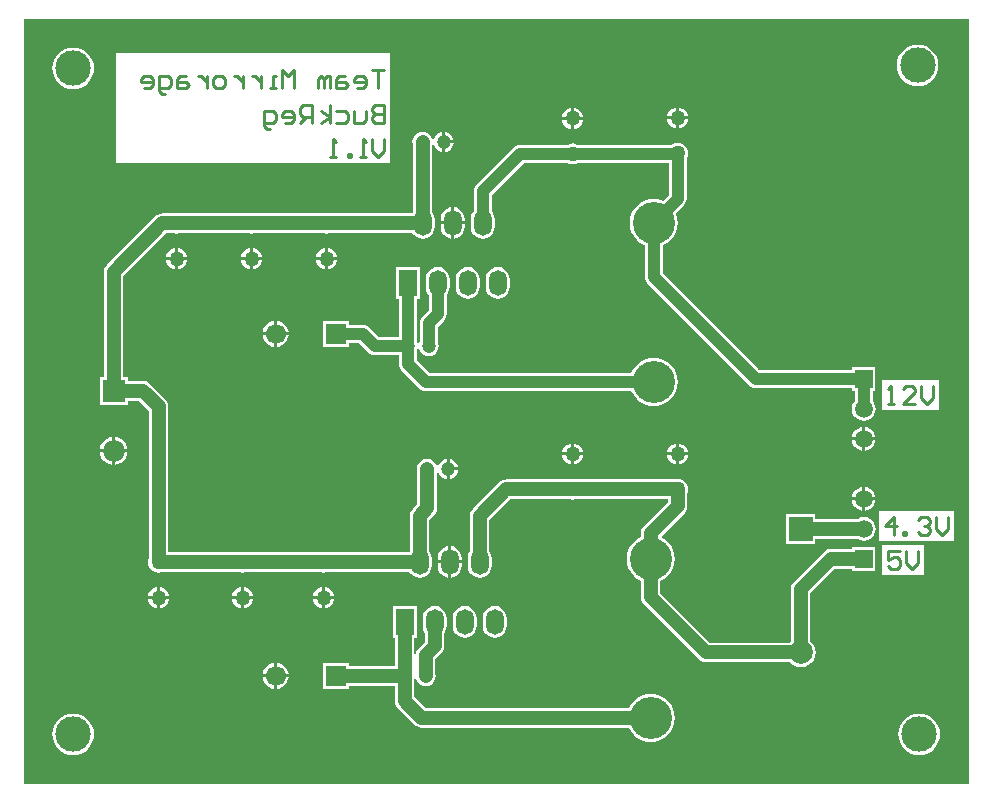
<source format=gbl>
G04 Layer_Physical_Order=2*
G04 Layer_Color=16711680*
%FSLAX24Y24*%
%MOIN*%
G70*
G01*
G75*
%ADD10O,0.0600X0.0850*%
%ADD11R,0.0600X0.0850*%
%ADD12R,0.0591X0.0591*%
%ADD13C,0.0591*%
%ADD14R,0.0728X0.0728*%
%ADD15C,0.0728*%
%ADD16C,0.1400*%
%ADD17C,0.0787*%
%ADD18R,0.0787X0.0787*%
%ADD19R,0.0669X0.0669*%
%ADD20C,0.0669*%
%ADD21C,0.0500*%
%ADD22C,0.0472*%
%ADD23C,0.1181*%
%ADD24C,0.0450*%
%ADD25C,0.0150*%
%ADD26C,0.0400*%
%ADD27C,0.0300*%
%ADD28C,0.0100*%
G36*
X41500Y10000D02*
X10000D01*
Y10100D01*
Y35500D01*
X41500D01*
Y10000D01*
D02*
G37*
%LPC*%
G36*
X38392Y19450D02*
X38050D01*
Y19108D01*
X38103Y19115D01*
X38199Y19155D01*
X38282Y19218D01*
X38345Y19301D01*
X38385Y19397D01*
X38392Y19450D01*
D02*
G37*
G36*
X37950D02*
X37608D01*
X37615Y19397D01*
X37655Y19301D01*
X37718Y19218D01*
X37801Y19155D01*
X37897Y19115D01*
X37950Y19108D01*
Y19450D01*
D02*
G37*
G36*
Y19892D02*
X37897Y19885D01*
X37801Y19845D01*
X37718Y19782D01*
X37655Y19699D01*
X37615Y19603D01*
X37608Y19550D01*
X37950D01*
Y19892D01*
D02*
G37*
G36*
X31800Y20173D02*
X31709Y20161D01*
X31677Y20148D01*
X28423D01*
X28391Y20161D01*
X28300Y20173D01*
X28209Y20161D01*
X28177Y20148D01*
X26080D01*
X26038Y20142D01*
X25995Y20137D01*
X25916Y20104D01*
X25848Y20052D01*
X24968Y19172D01*
X24916Y19104D01*
X24883Y19025D01*
X24878Y18982D01*
X24872Y18940D01*
Y17755D01*
X24851Y17727D01*
X24810Y17629D01*
X24797Y17525D01*
Y17275D01*
X24810Y17171D01*
X24851Y17073D01*
X24915Y16990D01*
X24998Y16926D01*
X25096Y16885D01*
X25200Y16872D01*
X25304Y16885D01*
X25402Y16926D01*
X25485Y16990D01*
X25549Y17073D01*
X25590Y17171D01*
X25603Y17275D01*
Y17525D01*
X25590Y17629D01*
X25549Y17727D01*
X25528Y17755D01*
Y18804D01*
X26216Y19492D01*
X28177D01*
X28209Y19479D01*
X28300Y19467D01*
X28391Y19479D01*
X28423Y19492D01*
X31472D01*
Y19386D01*
X30668Y18582D01*
X30616Y18514D01*
X30583Y18435D01*
X30578Y18392D01*
X30572Y18350D01*
Y18232D01*
X30453Y18168D01*
X30332Y18068D01*
X30232Y17947D01*
X30157Y17808D01*
X30112Y17657D01*
X30096Y17500D01*
X30112Y17343D01*
X30157Y17192D01*
X30232Y17053D01*
X30332Y16932D01*
X30453Y16832D01*
X30572Y16768D01*
Y16220D01*
X30578Y16178D01*
X30583Y16135D01*
X30616Y16056D01*
X30668Y15988D01*
X32506Y14150D01*
X32574Y14098D01*
X32653Y14065D01*
X32696Y14060D01*
X32738Y14054D01*
X35529D01*
X35548Y14030D01*
X35651Y13951D01*
X35771Y13901D01*
X35900Y13884D01*
X36029Y13901D01*
X36149Y13951D01*
X36252Y14030D01*
X36331Y14133D01*
X36381Y14253D01*
X36398Y14382D01*
X36381Y14511D01*
X36331Y14631D01*
X36252Y14734D01*
X36228Y14753D01*
Y16364D01*
X37036Y17172D01*
X37605D01*
Y17105D01*
X38395D01*
Y17895D01*
X37605D01*
Y17828D01*
X36900D01*
X36815Y17817D01*
X36736Y17784D01*
X36668Y17732D01*
X35668Y16732D01*
X35616Y16664D01*
X35583Y16585D01*
X35578Y16542D01*
X35572Y16500D01*
Y14753D01*
X35548Y14734D01*
X35529Y14710D01*
X32874D01*
X31228Y16356D01*
Y16768D01*
X31347Y16832D01*
X31468Y16932D01*
X31568Y17053D01*
X31643Y17192D01*
X31688Y17343D01*
X31704Y17500D01*
X31688Y17657D01*
X31643Y17808D01*
X31568Y17947D01*
X31468Y18068D01*
X31347Y18168D01*
X31276Y18206D01*
X31269Y18255D01*
X32032Y19018D01*
X32084Y19086D01*
X32117Y19165D01*
X32128Y19250D01*
Y19697D01*
X32141Y19729D01*
X32153Y19820D01*
X32141Y19911D01*
X32106Y19997D01*
X32050Y20070D01*
X31977Y20126D01*
X31891Y20161D01*
X31800Y20173D01*
D02*
G37*
G36*
X38050Y19892D02*
Y19550D01*
X38392D01*
X38385Y19603D01*
X38345Y19699D01*
X38282Y19782D01*
X38199Y19845D01*
X38103Y19885D01*
X38050Y19892D01*
D02*
G37*
G36*
X36394Y18994D02*
X35406D01*
Y18006D01*
X36394D01*
Y18172D01*
X37778D01*
X37801Y18155D01*
X37897Y18115D01*
X38000Y18101D01*
X38103Y18115D01*
X38199Y18155D01*
X38282Y18218D01*
X38345Y18301D01*
X38385Y18397D01*
X38399Y18500D01*
X38385Y18603D01*
X38345Y18699D01*
X38282Y18782D01*
X38199Y18845D01*
X38103Y18885D01*
X38000Y18899D01*
X37897Y18885D01*
X37801Y18845D01*
X37778Y18828D01*
X36394D01*
Y18994D01*
D02*
G37*
G36*
X40000Y17950D02*
X38600D01*
Y16950D01*
X40000D01*
Y17950D01*
D02*
G37*
G36*
X24603Y17350D02*
X24250D01*
Y16878D01*
X24304Y16885D01*
X24402Y16926D01*
X24485Y16990D01*
X24549Y17073D01*
X24590Y17171D01*
X24603Y17275D01*
Y17350D01*
D02*
G37*
G36*
X24150Y17922D02*
X24096Y17915D01*
X23998Y17874D01*
X23915Y17810D01*
X23851Y17727D01*
X23810Y17629D01*
X23797Y17525D01*
Y17450D01*
X24150D01*
Y17922D01*
D02*
G37*
G36*
X40999Y19100D02*
X38500D01*
Y18100D01*
X40999D01*
Y19100D01*
D02*
G37*
G36*
X24250Y17922D02*
Y17450D01*
X24603D01*
Y17525D01*
X24590Y17629D01*
X24549Y17727D01*
X24485Y17810D01*
X24402Y17874D01*
X24304Y17915D01*
X24250Y17922D01*
D02*
G37*
G36*
X28646Y20950D02*
X28350D01*
Y20654D01*
X28391Y20659D01*
X28477Y20694D01*
X28550Y20750D01*
X28606Y20823D01*
X28641Y20909D01*
X28646Y20950D01*
D02*
G37*
G36*
X32146D02*
X31850D01*
Y20654D01*
X31891Y20659D01*
X31977Y20694D01*
X32050Y20750D01*
X32106Y20823D01*
X32141Y20909D01*
X32146Y20950D01*
D02*
G37*
G36*
X28250Y21346D02*
X28209Y21341D01*
X28123Y21306D01*
X28050Y21250D01*
X27994Y21177D01*
X27959Y21091D01*
X27954Y21050D01*
X28250D01*
Y21346D01*
D02*
G37*
G36*
X28350D02*
Y21050D01*
X28646D01*
X28641Y21091D01*
X28606Y21177D01*
X28550Y21250D01*
X28477Y21306D01*
X28391Y21341D01*
X28350Y21346D01*
D02*
G37*
G36*
X31750D02*
X31709Y21341D01*
X31623Y21306D01*
X31550Y21250D01*
X31494Y21177D01*
X31459Y21091D01*
X31454Y21050D01*
X31750D01*
Y21346D01*
D02*
G37*
G36*
Y20950D02*
X31454D01*
X31459Y20909D01*
X31494Y20823D01*
X31550Y20750D01*
X31623Y20694D01*
X31709Y20659D01*
X31750Y20654D01*
Y20950D01*
D02*
G37*
G36*
X24200Y20833D02*
Y20550D01*
X24483D01*
X24478Y20588D01*
X24444Y20670D01*
X24390Y20740D01*
X24320Y20794D01*
X24238Y20828D01*
X24200Y20833D01*
D02*
G37*
G36*
X24483Y20450D02*
X24200D01*
Y20167D01*
X24238Y20172D01*
X24320Y20206D01*
X24390Y20260D01*
X24444Y20330D01*
X24478Y20412D01*
X24483Y20450D01*
D02*
G37*
G36*
X12950Y21050D02*
X12538D01*
X12548Y20979D01*
X12595Y20866D01*
X12669Y20769D01*
X12766Y20695D01*
X12879Y20648D01*
X12950Y20638D01*
Y21050D01*
D02*
G37*
G36*
X28250Y20950D02*
X27954D01*
X27959Y20909D01*
X27994Y20823D01*
X28050Y20750D01*
X28123Y20694D01*
X28209Y20659D01*
X28250Y20654D01*
Y20950D01*
D02*
G37*
G36*
X13462Y21050D02*
X13050D01*
Y20638D01*
X13121Y20648D01*
X13234Y20695D01*
X13331Y20769D01*
X13405Y20866D01*
X13452Y20979D01*
X13462Y21050D01*
D02*
G37*
G36*
X24700Y15928D02*
X24596Y15915D01*
X24498Y15874D01*
X24415Y15810D01*
X24351Y15727D01*
X24310Y15629D01*
X24297Y15525D01*
Y15275D01*
X24310Y15171D01*
X24351Y15073D01*
X24415Y14990D01*
X24498Y14926D01*
X24596Y14885D01*
X24700Y14872D01*
X24804Y14885D01*
X24902Y14926D01*
X24985Y14990D01*
X25049Y15073D01*
X25090Y15171D01*
X25103Y15275D01*
Y15525D01*
X25090Y15629D01*
X25049Y15727D01*
X24985Y15810D01*
X24902Y15874D01*
X24804Y15915D01*
X24700Y15928D01*
D02*
G37*
G36*
X23700D02*
X23596Y15915D01*
X23498Y15874D01*
X23415Y15810D01*
X23351Y15727D01*
X23310Y15629D01*
X23297Y15525D01*
Y15275D01*
X23310Y15171D01*
X23351Y15073D01*
X23372Y15045D01*
Y14726D01*
X23168Y14522D01*
X23116Y14454D01*
X23083Y14375D01*
X23078Y14332D01*
X23028Y14336D01*
Y14875D01*
X23100D01*
Y15925D01*
X22300D01*
Y14875D01*
X22372D01*
Y13928D01*
X20835D01*
Y14035D01*
X19965D01*
Y13165D01*
X20835D01*
Y13272D01*
X22372D01*
Y12760D01*
X22378Y12718D01*
X22383Y12675D01*
X22416Y12596D01*
X22468Y12528D01*
X23028Y11968D01*
X23096Y11916D01*
X23175Y11883D01*
X23260Y11872D01*
X30168D01*
X30232Y11753D01*
X30332Y11632D01*
X30453Y11532D01*
X30592Y11457D01*
X30743Y11412D01*
X30900Y11396D01*
X31057Y11412D01*
X31208Y11457D01*
X31347Y11532D01*
X31468Y11632D01*
X31568Y11753D01*
X31643Y11892D01*
X31688Y12043D01*
X31704Y12200D01*
X31688Y12357D01*
X31643Y12508D01*
X31568Y12647D01*
X31468Y12768D01*
X31347Y12868D01*
X31208Y12943D01*
X31057Y12988D01*
X30900Y13004D01*
X30743Y12988D01*
X30592Y12943D01*
X30453Y12868D01*
X30332Y12768D01*
X30232Y12647D01*
X30168Y12528D01*
X23396D01*
X23028Y12896D01*
Y13489D01*
X23078Y13499D01*
X23106Y13430D01*
X23160Y13360D01*
X23230Y13306D01*
X23312Y13272D01*
X23400Y13261D01*
X23488Y13272D01*
X23570Y13306D01*
X23640Y13360D01*
X23694Y13430D01*
X23728Y13512D01*
X23739Y13600D01*
X23728Y13686D01*
Y14154D01*
X23932Y14358D01*
X23984Y14426D01*
X24017Y14505D01*
X24022Y14548D01*
X24028Y14590D01*
Y15045D01*
X24049Y15073D01*
X24090Y15171D01*
X24103Y15275D01*
Y15525D01*
X24090Y15629D01*
X24049Y15727D01*
X23985Y15810D01*
X23902Y15874D01*
X23804Y15915D01*
X23700Y15928D01*
D02*
G37*
G36*
X25700D02*
X25596Y15915D01*
X25498Y15874D01*
X25415Y15810D01*
X25351Y15727D01*
X25310Y15629D01*
X25297Y15525D01*
Y15275D01*
X25310Y15171D01*
X25351Y15073D01*
X25415Y14990D01*
X25498Y14926D01*
X25596Y14885D01*
X25700Y14872D01*
X25804Y14885D01*
X25902Y14926D01*
X25985Y14990D01*
X26049Y15073D01*
X26090Y15171D01*
X26103Y15275D01*
Y15525D01*
X26090Y15629D01*
X26049Y15727D01*
X25985Y15810D01*
X25902Y15874D01*
X25804Y15915D01*
X25700Y15928D01*
D02*
G37*
G36*
X17250Y16160D02*
X16954D01*
X16959Y16119D01*
X16994Y16033D01*
X17050Y15960D01*
X17123Y15904D01*
X17209Y15869D01*
X17250Y15864D01*
Y16160D01*
D02*
G37*
G36*
X14450D02*
X14154D01*
X14159Y16119D01*
X14194Y16033D01*
X14250Y15960D01*
X14323Y15904D01*
X14409Y15869D01*
X14450Y15864D01*
Y16160D01*
D02*
G37*
G36*
X18450Y14032D02*
Y13650D01*
X18832D01*
X18823Y13713D01*
X18780Y13819D01*
X18710Y13910D01*
X18619Y13980D01*
X18513Y14023D01*
X18450Y14032D01*
D02*
G37*
G36*
X39850Y12344D02*
X39715Y12331D01*
X39584Y12291D01*
X39464Y12227D01*
X39359Y12141D01*
X39273Y12036D01*
X39209Y11916D01*
X39169Y11785D01*
X39156Y11650D01*
X39169Y11515D01*
X39209Y11384D01*
X39273Y11264D01*
X39359Y11159D01*
X39464Y11073D01*
X39584Y11009D01*
X39715Y10969D01*
X39850Y10956D01*
X39985Y10969D01*
X40116Y11009D01*
X40236Y11073D01*
X40341Y11159D01*
X40427Y11264D01*
X40491Y11384D01*
X40531Y11515D01*
X40544Y11650D01*
X40531Y11785D01*
X40491Y11916D01*
X40427Y12036D01*
X40341Y12141D01*
X40236Y12227D01*
X40116Y12291D01*
X39985Y12331D01*
X39850Y12344D01*
D02*
G37*
G36*
X11650D02*
X11515Y12331D01*
X11384Y12291D01*
X11264Y12227D01*
X11159Y12141D01*
X11073Y12036D01*
X11009Y11916D01*
X10969Y11785D01*
X10956Y11650D01*
X10969Y11515D01*
X11009Y11384D01*
X11073Y11264D01*
X11159Y11159D01*
X11264Y11073D01*
X11384Y11009D01*
X11515Y10969D01*
X11650Y10956D01*
X11785Y10969D01*
X11916Y11009D01*
X12036Y11073D01*
X12141Y11159D01*
X12227Y11264D01*
X12291Y11384D01*
X12331Y11515D01*
X12344Y11650D01*
X12331Y11785D01*
X12291Y11916D01*
X12227Y12036D01*
X12141Y12141D01*
X12036Y12227D01*
X11916Y12291D01*
X11785Y12331D01*
X11650Y12344D01*
D02*
G37*
G36*
X18350Y13550D02*
X17968D01*
X17977Y13487D01*
X18020Y13381D01*
X18090Y13290D01*
X18181Y13220D01*
X18287Y13177D01*
X18350Y13168D01*
Y13550D01*
D02*
G37*
G36*
Y14032D02*
X18287Y14023D01*
X18181Y13980D01*
X18090Y13910D01*
X18020Y13819D01*
X17977Y13713D01*
X17968Y13650D01*
X18350D01*
Y14032D01*
D02*
G37*
G36*
X18832Y13550D02*
X18450D01*
Y13168D01*
X18513Y13177D01*
X18619Y13220D01*
X18710Y13290D01*
X18780Y13381D01*
X18823Y13487D01*
X18832Y13550D01*
D02*
G37*
G36*
X17350Y16556D02*
Y16260D01*
X17646D01*
X17641Y16301D01*
X17606Y16387D01*
X17550Y16460D01*
X17477Y16516D01*
X17391Y16551D01*
X17350Y16556D01*
D02*
G37*
G36*
X14450D02*
X14409Y16551D01*
X14323Y16516D01*
X14250Y16460D01*
X14194Y16387D01*
X14159Y16301D01*
X14154Y16260D01*
X14450D01*
Y16556D01*
D02*
G37*
G36*
X20050D02*
Y16260D01*
X20346D01*
X20341Y16301D01*
X20306Y16387D01*
X20250Y16460D01*
X20177Y16516D01*
X20091Y16551D01*
X20050Y16556D01*
D02*
G37*
G36*
X24150Y17350D02*
X23797D01*
Y17275D01*
X23810Y17171D01*
X23851Y17073D01*
X23915Y16990D01*
X23998Y16926D01*
X24096Y16885D01*
X24150Y16878D01*
Y17350D01*
D02*
G37*
G36*
X14550Y16556D02*
Y16260D01*
X14846D01*
X14841Y16301D01*
X14806Y16387D01*
X14750Y16460D01*
X14677Y16516D01*
X14591Y16551D01*
X14550Y16556D01*
D02*
G37*
G36*
X19950D02*
X19909Y16551D01*
X19823Y16516D01*
X19750Y16460D01*
X19694Y16387D01*
X19659Y16301D01*
X19654Y16260D01*
X19950D01*
Y16556D01*
D02*
G37*
G36*
X14846Y16160D02*
X14550D01*
Y15864D01*
X14591Y15869D01*
X14677Y15904D01*
X14750Y15960D01*
X14806Y16033D01*
X14841Y16119D01*
X14846Y16160D01*
D02*
G37*
G36*
X19950D02*
X19654D01*
X19659Y16119D01*
X19694Y16033D01*
X19750Y15960D01*
X19823Y15904D01*
X19909Y15869D01*
X19950Y15864D01*
Y16160D01*
D02*
G37*
G36*
X17646D02*
X17350D01*
Y15864D01*
X17391Y15869D01*
X17477Y15904D01*
X17550Y15960D01*
X17606Y16033D01*
X17641Y16119D01*
X17646Y16160D01*
D02*
G37*
G36*
X17250Y16556D02*
X17209Y16551D01*
X17123Y16516D01*
X17050Y16460D01*
X16994Y16387D01*
X16959Y16301D01*
X16954Y16260D01*
X17250D01*
Y16556D01*
D02*
G37*
G36*
X20346Y16160D02*
X20050D01*
Y15864D01*
X20091Y15869D01*
X20177Y15904D01*
X20250Y15960D01*
X20306Y16033D01*
X20341Y16119D01*
X20346Y16160D01*
D02*
G37*
G36*
X31850Y21346D02*
Y21050D01*
X32146D01*
X32141Y21091D01*
X32106Y21177D01*
X32050Y21250D01*
X31977Y21306D01*
X31891Y21341D01*
X31850Y21346D01*
D02*
G37*
G36*
X22220Y34370D02*
X13070D01*
Y30680D01*
X22220D01*
Y34370D01*
D02*
G37*
G36*
X24350Y29222D02*
Y28750D01*
X24703D01*
Y28825D01*
X24690Y28929D01*
X24649Y29027D01*
X24585Y29110D01*
X24502Y29174D01*
X24404Y29215D01*
X24350Y29222D01*
D02*
G37*
G36*
X23300Y31739D02*
X23212Y31728D01*
X23130Y31694D01*
X23060Y31640D01*
X23006Y31570D01*
X22972Y31488D01*
X22961Y31400D01*
X22972Y31314D01*
Y29055D01*
X22951Y29027D01*
X22947Y29018D01*
X20223D01*
X20191Y29031D01*
X20100Y29043D01*
X20009Y29031D01*
X19977Y29018D01*
X17723D01*
X17691Y29031D01*
X17600Y29043D01*
X17509Y29031D01*
X17477Y29018D01*
X15223D01*
X15191Y29031D01*
X15100Y29043D01*
X15009Y29031D01*
X14977Y29018D01*
X14620D01*
X14578Y29012D01*
X14535Y29007D01*
X14456Y28974D01*
X14388Y28922D01*
X12768Y27302D01*
X12716Y27234D01*
X12683Y27155D01*
X12678Y27112D01*
X12672Y27070D01*
Y23564D01*
X12536D01*
Y22636D01*
X13464D01*
Y22772D01*
X13844D01*
X14172Y22444D01*
Y17513D01*
X14159Y17481D01*
X14147Y17390D01*
X14159Y17299D01*
X14194Y17213D01*
X14250Y17140D01*
X14323Y17084D01*
X14409Y17049D01*
X14500Y17037D01*
X14591Y17049D01*
X14623Y17062D01*
X17177D01*
X17209Y17049D01*
X17300Y17037D01*
X17391Y17049D01*
X17423Y17062D01*
X19877D01*
X19909Y17049D01*
X20000Y17037D01*
X20091Y17049D01*
X20123Y17062D01*
X22859D01*
X22915Y16990D01*
X22998Y16926D01*
X23096Y16885D01*
X23200Y16872D01*
X23304Y16885D01*
X23402Y16926D01*
X23485Y16990D01*
X23549Y17073D01*
X23590Y17171D01*
X23603Y17275D01*
Y17525D01*
X23590Y17629D01*
X23549Y17727D01*
X23528Y17755D01*
Y18804D01*
X23682Y18958D01*
X23734Y19026D01*
X23767Y19105D01*
X23778Y19190D01*
Y20389D01*
X23828Y20399D01*
X23856Y20330D01*
X23910Y20260D01*
X23980Y20206D01*
X24062Y20172D01*
X24100Y20167D01*
Y20500D01*
Y20833D01*
X24062Y20828D01*
X23980Y20794D01*
X23910Y20740D01*
X23856Y20670D01*
X23826Y20596D01*
X23800Y20592D01*
X23774Y20596D01*
X23744Y20670D01*
X23690Y20740D01*
X23620Y20794D01*
X23538Y20828D01*
X23450Y20839D01*
X23362Y20828D01*
X23280Y20794D01*
X23210Y20740D01*
X23156Y20670D01*
X23122Y20588D01*
X23111Y20500D01*
X23122Y20414D01*
Y19326D01*
X22968Y19172D01*
X22916Y19104D01*
X22883Y19025D01*
X22878Y18982D01*
X22872Y18940D01*
Y17755D01*
X22851Y17727D01*
X22847Y17718D01*
X20123D01*
X20091Y17731D01*
X20000Y17743D01*
X19909Y17731D01*
X19877Y17718D01*
X17423D01*
X17391Y17731D01*
X17300Y17743D01*
X17209Y17731D01*
X17177Y17718D01*
X14828D01*
Y22580D01*
X14822Y22622D01*
X14817Y22665D01*
X14784Y22744D01*
X14732Y22812D01*
X14212Y23332D01*
X14144Y23384D01*
X14065Y23417D01*
X14022Y23422D01*
X13980Y23428D01*
X13464D01*
Y23564D01*
X13328D01*
Y26934D01*
X14756Y28362D01*
X14977D01*
X15009Y28349D01*
X15100Y28337D01*
X15191Y28349D01*
X15223Y28362D01*
X17477D01*
X17509Y28349D01*
X17600Y28337D01*
X17691Y28349D01*
X17723Y28362D01*
X19977D01*
X20009Y28349D01*
X20100Y28337D01*
X20191Y28349D01*
X20223Y28362D01*
X22959D01*
X23015Y28290D01*
X23098Y28226D01*
X23196Y28185D01*
X23300Y28172D01*
X23404Y28185D01*
X23502Y28226D01*
X23585Y28290D01*
X23649Y28373D01*
X23690Y28471D01*
X23703Y28575D01*
Y28825D01*
X23690Y28929D01*
X23649Y29027D01*
X23628Y29055D01*
Y31289D01*
X23678Y31299D01*
X23706Y31230D01*
X23760Y31160D01*
X23830Y31106D01*
X23912Y31072D01*
X23950Y31067D01*
Y31400D01*
Y31733D01*
X23912Y31728D01*
X23830Y31694D01*
X23760Y31640D01*
X23706Y31570D01*
X23676Y31496D01*
X23650Y31492D01*
X23624Y31496D01*
X23594Y31570D01*
X23540Y31640D01*
X23470Y31694D01*
X23388Y31728D01*
X23300Y31739D01*
D02*
G37*
G36*
X31800Y31373D02*
X31709Y31361D01*
X31623Y31326D01*
X31593Y31303D01*
X28481D01*
X28477Y31306D01*
X28391Y31341D01*
X28300Y31353D01*
X28209Y31341D01*
X28123Y31306D01*
X28119Y31303D01*
X26550D01*
X26472Y31292D01*
X26399Y31262D01*
X26336Y31214D01*
X25086Y29964D01*
X25038Y29901D01*
X25008Y29828D01*
X24997Y29750D01*
Y29088D01*
X24951Y29027D01*
X24910Y28929D01*
X24897Y28825D01*
Y28575D01*
X24910Y28471D01*
X24951Y28373D01*
X25015Y28290D01*
X25098Y28226D01*
X25196Y28185D01*
X25300Y28172D01*
X25404Y28185D01*
X25502Y28226D01*
X25585Y28290D01*
X25649Y28373D01*
X25690Y28471D01*
X25703Y28575D01*
Y28825D01*
X25690Y28929D01*
X25649Y29027D01*
X25603Y29088D01*
Y29625D01*
X26675Y30697D01*
X28119D01*
X28123Y30694D01*
X28209Y30659D01*
X28300Y30647D01*
X28391Y30659D01*
X28477Y30694D01*
X28481Y30697D01*
X31497D01*
Y29625D01*
X31312Y29440D01*
X31308Y29443D01*
X31157Y29488D01*
X31000Y29504D01*
X30843Y29488D01*
X30692Y29443D01*
X30553Y29368D01*
X30432Y29268D01*
X30332Y29147D01*
X30257Y29008D01*
X30212Y28857D01*
X30196Y28700D01*
X30212Y28543D01*
X30257Y28392D01*
X30332Y28253D01*
X30432Y28132D01*
X30553Y28032D01*
X30692Y27957D01*
X30697Y27956D01*
Y26900D01*
X30708Y26822D01*
X30738Y26749D01*
X30786Y26686D01*
X34186Y23286D01*
X34249Y23238D01*
X34322Y23208D01*
X34400Y23197D01*
X37605D01*
Y23105D01*
X37697D01*
Y22755D01*
X37655Y22699D01*
X37615Y22603D01*
X37601Y22500D01*
X37615Y22397D01*
X37655Y22301D01*
X37718Y22218D01*
X37801Y22155D01*
X37897Y22115D01*
X38000Y22101D01*
X38103Y22115D01*
X38199Y22155D01*
X38282Y22218D01*
X38345Y22301D01*
X38385Y22397D01*
X38399Y22500D01*
X38385Y22603D01*
X38345Y22699D01*
X38303Y22755D01*
Y23105D01*
X38395D01*
Y23895D01*
X37605D01*
Y23803D01*
X34525D01*
X31303Y27025D01*
Y27956D01*
X31308Y27957D01*
X31447Y28032D01*
X31568Y28132D01*
X31668Y28253D01*
X31743Y28392D01*
X31788Y28543D01*
X31804Y28700D01*
X31788Y28857D01*
X31743Y29008D01*
X31740Y29012D01*
X32014Y29286D01*
X32062Y29349D01*
X32092Y29422D01*
X32103Y29500D01*
Y30839D01*
X32106Y30843D01*
X32141Y30929D01*
X32153Y31020D01*
X32141Y31111D01*
X32106Y31197D01*
X32050Y31270D01*
X31977Y31326D01*
X31891Y31361D01*
X31800Y31373D01*
D02*
G37*
G36*
X24333Y31350D02*
X24050D01*
Y31067D01*
X24088Y31072D01*
X24170Y31106D01*
X24240Y31160D01*
X24294Y31230D01*
X24328Y31312D01*
X24333Y31350D01*
D02*
G37*
G36*
X24250Y29222D02*
X24196Y29215D01*
X24098Y29174D01*
X24015Y29110D01*
X23951Y29027D01*
X23910Y28929D01*
X23897Y28825D01*
Y28750D01*
X24250D01*
Y29222D01*
D02*
G37*
G36*
X17650Y27856D02*
Y27560D01*
X17946D01*
X17941Y27601D01*
X17906Y27687D01*
X17850Y27760D01*
X17777Y27816D01*
X17691Y27851D01*
X17650Y27856D01*
D02*
G37*
G36*
X15150D02*
Y27560D01*
X15446D01*
X15441Y27601D01*
X15406Y27687D01*
X15350Y27760D01*
X15277Y27816D01*
X15191Y27851D01*
X15150Y27856D01*
D02*
G37*
G36*
X20150D02*
Y27560D01*
X20446D01*
X20441Y27601D01*
X20406Y27687D01*
X20350Y27760D01*
X20277Y27816D01*
X20191Y27851D01*
X20150Y27856D01*
D02*
G37*
G36*
X24703Y28650D02*
X24350D01*
Y28178D01*
X24404Y28185D01*
X24502Y28226D01*
X24585Y28290D01*
X24649Y28373D01*
X24690Y28471D01*
X24703Y28575D01*
Y28650D01*
D02*
G37*
G36*
X24250D02*
X23897D01*
Y28575D01*
X23910Y28471D01*
X23951Y28373D01*
X24015Y28290D01*
X24098Y28226D01*
X24196Y28185D01*
X24250Y28178D01*
Y28650D01*
D02*
G37*
G36*
X31750Y32546D02*
X31709Y32541D01*
X31623Y32506D01*
X31550Y32450D01*
X31494Y32377D01*
X31459Y32291D01*
X31454Y32250D01*
X31750D01*
Y32546D01*
D02*
G37*
G36*
X28350Y32526D02*
Y32230D01*
X28646D01*
X28641Y32271D01*
X28606Y32357D01*
X28550Y32430D01*
X28477Y32486D01*
X28391Y32521D01*
X28350Y32526D01*
D02*
G37*
G36*
X31850Y32546D02*
Y32250D01*
X32146D01*
X32141Y32291D01*
X32106Y32377D01*
X32050Y32450D01*
X31977Y32506D01*
X31891Y32541D01*
X31850Y32546D01*
D02*
G37*
G36*
X39800Y34644D02*
X39665Y34631D01*
X39534Y34591D01*
X39414Y34527D01*
X39309Y34441D01*
X39223Y34336D01*
X39159Y34216D01*
X39119Y34085D01*
X39106Y33950D01*
X39119Y33815D01*
X39159Y33684D01*
X39223Y33564D01*
X39309Y33459D01*
X39414Y33373D01*
X39534Y33309D01*
X39665Y33269D01*
X39800Y33256D01*
X39935Y33269D01*
X40066Y33309D01*
X40186Y33373D01*
X40291Y33459D01*
X40377Y33564D01*
X40441Y33684D01*
X40481Y33815D01*
X40494Y33950D01*
X40481Y34085D01*
X40441Y34216D01*
X40377Y34336D01*
X40291Y34441D01*
X40186Y34527D01*
X40066Y34591D01*
X39935Y34631D01*
X39800Y34644D01*
D02*
G37*
G36*
X11650Y34544D02*
X11515Y34531D01*
X11384Y34491D01*
X11264Y34427D01*
X11159Y34341D01*
X11073Y34236D01*
X11009Y34116D01*
X10969Y33985D01*
X10956Y33850D01*
X10969Y33715D01*
X11009Y33584D01*
X11073Y33464D01*
X11159Y33359D01*
X11264Y33273D01*
X11384Y33209D01*
X11515Y33169D01*
X11650Y33156D01*
X11785Y33169D01*
X11916Y33209D01*
X12036Y33273D01*
X12141Y33359D01*
X12227Y33464D01*
X12291Y33584D01*
X12331Y33715D01*
X12344Y33850D01*
X12331Y33985D01*
X12291Y34116D01*
X12227Y34236D01*
X12141Y34341D01*
X12036Y34427D01*
X11916Y34491D01*
X11785Y34531D01*
X11650Y34544D01*
D02*
G37*
G36*
X28250Y32526D02*
X28209Y32521D01*
X28123Y32486D01*
X28050Y32430D01*
X27994Y32357D01*
X27959Y32271D01*
X27954Y32230D01*
X28250D01*
Y32526D01*
D02*
G37*
G36*
Y32130D02*
X27954D01*
X27959Y32089D01*
X27994Y32003D01*
X28050Y31930D01*
X28123Y31874D01*
X28209Y31839D01*
X28250Y31834D01*
Y32130D01*
D02*
G37*
G36*
X24050Y31733D02*
Y31450D01*
X24333D01*
X24328Y31488D01*
X24294Y31570D01*
X24240Y31640D01*
X24170Y31694D01*
X24088Y31728D01*
X24050Y31733D01*
D02*
G37*
G36*
X28646Y32130D02*
X28350D01*
Y31834D01*
X28391Y31839D01*
X28477Y31874D01*
X28550Y31930D01*
X28606Y32003D01*
X28641Y32089D01*
X28646Y32130D01*
D02*
G37*
G36*
X32146Y32150D02*
X31850D01*
Y31854D01*
X31891Y31859D01*
X31977Y31894D01*
X32050Y31950D01*
X32106Y32023D01*
X32141Y32109D01*
X32146Y32150D01*
D02*
G37*
G36*
X31750D02*
X31454D01*
X31459Y32109D01*
X31494Y32023D01*
X31550Y31950D01*
X31623Y31894D01*
X31709Y31859D01*
X31750Y31854D01*
Y32150D01*
D02*
G37*
G36*
X20050Y27856D02*
X20009Y27851D01*
X19923Y27816D01*
X19850Y27760D01*
X19794Y27687D01*
X19759Y27601D01*
X19754Y27560D01*
X20050D01*
Y27856D01*
D02*
G37*
G36*
X18350Y24950D02*
X17968D01*
X17977Y24887D01*
X18020Y24781D01*
X18090Y24690D01*
X18181Y24620D01*
X18287Y24577D01*
X18350Y24568D01*
Y24950D01*
D02*
G37*
G36*
X40500Y23450D02*
X38600D01*
Y22450D01*
X40500D01*
Y23450D01*
D02*
G37*
G36*
X18832Y24950D02*
X18450D01*
Y24568D01*
X18513Y24577D01*
X18619Y24620D01*
X18710Y24690D01*
X18780Y24781D01*
X18823Y24887D01*
X18832Y24950D01*
D02*
G37*
G36*
X18350Y25432D02*
X18287Y25423D01*
X18181Y25380D01*
X18090Y25310D01*
X18020Y25219D01*
X17977Y25113D01*
X17968Y25050D01*
X18350D01*
Y25432D01*
D02*
G37*
G36*
X23800Y27228D02*
X23696Y27215D01*
X23598Y27174D01*
X23515Y27110D01*
X23451Y27027D01*
X23410Y26929D01*
X23397Y26825D01*
Y26575D01*
X23410Y26471D01*
X23451Y26373D01*
X23497Y26312D01*
Y25775D01*
X23286Y25564D01*
X23238Y25501D01*
X23208Y25428D01*
X23197Y25350D01*
Y24748D01*
X23176Y24696D01*
X23150Y24692D01*
X23124Y24696D01*
X23103Y24748D01*
Y26175D01*
X23200D01*
Y27225D01*
X22400D01*
Y26175D01*
X22497D01*
Y24903D01*
X21825D01*
X21514Y25214D01*
X21451Y25262D01*
X21378Y25292D01*
X21300Y25303D01*
X20835D01*
Y25435D01*
X19965D01*
Y24565D01*
X20835D01*
Y24697D01*
X21175D01*
X21486Y24386D01*
X21486Y24386D01*
X21549Y24338D01*
X21622Y24308D01*
X21700Y24297D01*
X22497D01*
Y24000D01*
X22508Y23922D01*
X22538Y23849D01*
X22586Y23786D01*
X23186Y23186D01*
X23249Y23138D01*
X23322Y23108D01*
X23400Y23097D01*
X30256D01*
X30257Y23092D01*
X30332Y22953D01*
X30432Y22832D01*
X30553Y22732D01*
X30692Y22657D01*
X30843Y22612D01*
X31000Y22596D01*
X31157Y22612D01*
X31308Y22657D01*
X31447Y22732D01*
X31568Y22832D01*
X31668Y22953D01*
X31743Y23092D01*
X31788Y23243D01*
X31804Y23400D01*
X31788Y23557D01*
X31743Y23708D01*
X31668Y23847D01*
X31568Y23968D01*
X31447Y24068D01*
X31308Y24143D01*
X31157Y24188D01*
X31000Y24204D01*
X30843Y24188D01*
X30692Y24143D01*
X30553Y24068D01*
X30432Y23968D01*
X30332Y23847D01*
X30257Y23708D01*
X30256Y23703D01*
X23525D01*
X23103Y24125D01*
Y24452D01*
X23124Y24504D01*
X23150Y24508D01*
X23176Y24504D01*
X23206Y24430D01*
X23260Y24360D01*
X23330Y24306D01*
X23412Y24272D01*
X23500Y24261D01*
X23588Y24272D01*
X23670Y24306D01*
X23740Y24360D01*
X23794Y24430D01*
X23828Y24512D01*
X23839Y24600D01*
X23828Y24688D01*
X23803Y24748D01*
Y25225D01*
X24014Y25436D01*
X24062Y25499D01*
X24092Y25572D01*
X24103Y25650D01*
Y26312D01*
X24149Y26373D01*
X24190Y26471D01*
X24203Y26575D01*
Y26825D01*
X24190Y26929D01*
X24149Y27027D01*
X24085Y27110D01*
X24002Y27174D01*
X23904Y27215D01*
X23800Y27228D01*
D02*
G37*
G36*
X38050Y21892D02*
Y21550D01*
X38392D01*
X38385Y21603D01*
X38345Y21699D01*
X38282Y21782D01*
X38199Y21845D01*
X38103Y21885D01*
X38050Y21892D01*
D02*
G37*
G36*
X38392Y21450D02*
X38050D01*
Y21108D01*
X38103Y21115D01*
X38199Y21155D01*
X38282Y21218D01*
X38345Y21301D01*
X38385Y21397D01*
X38392Y21450D01*
D02*
G37*
G36*
X37950D02*
X37608D01*
X37615Y21397D01*
X37655Y21301D01*
X37718Y21218D01*
X37801Y21155D01*
X37897Y21115D01*
X37950Y21108D01*
Y21450D01*
D02*
G37*
G36*
X12950Y21562D02*
X12879Y21552D01*
X12766Y21505D01*
X12669Y21431D01*
X12595Y21334D01*
X12548Y21221D01*
X12538Y21150D01*
X12950D01*
Y21562D01*
D02*
G37*
G36*
X37950Y21892D02*
X37897Y21885D01*
X37801Y21845D01*
X37718Y21782D01*
X37655Y21699D01*
X37615Y21603D01*
X37608Y21550D01*
X37950D01*
Y21892D01*
D02*
G37*
G36*
X13050Y21562D02*
Y21150D01*
X13462D01*
X13452Y21221D01*
X13405Y21334D01*
X13331Y21431D01*
X13234Y21505D01*
X13121Y21552D01*
X13050Y21562D01*
D02*
G37*
G36*
X17946Y27460D02*
X17650D01*
Y27164D01*
X17691Y27169D01*
X17777Y27204D01*
X17850Y27260D01*
X17906Y27333D01*
X17941Y27419D01*
X17946Y27460D01*
D02*
G37*
G36*
X15446D02*
X15150D01*
Y27164D01*
X15191Y27169D01*
X15277Y27204D01*
X15350Y27260D01*
X15406Y27333D01*
X15441Y27419D01*
X15446Y27460D01*
D02*
G37*
G36*
X20446D02*
X20150D01*
Y27164D01*
X20191Y27169D01*
X20277Y27204D01*
X20350Y27260D01*
X20406Y27333D01*
X20441Y27419D01*
X20446Y27460D01*
D02*
G37*
G36*
X17550Y27856D02*
X17509Y27851D01*
X17423Y27816D01*
X17350Y27760D01*
X17294Y27687D01*
X17259Y27601D01*
X17254Y27560D01*
X17550D01*
Y27856D01*
D02*
G37*
G36*
X15050D02*
X15009Y27851D01*
X14923Y27816D01*
X14850Y27760D01*
X14794Y27687D01*
X14759Y27601D01*
X14754Y27560D01*
X15050D01*
Y27856D01*
D02*
G37*
G36*
X20050Y27460D02*
X19754D01*
X19759Y27419D01*
X19794Y27333D01*
X19850Y27260D01*
X19923Y27204D01*
X20009Y27169D01*
X20050Y27164D01*
Y27460D01*
D02*
G37*
G36*
X24800Y27228D02*
X24696Y27215D01*
X24598Y27174D01*
X24515Y27110D01*
X24451Y27027D01*
X24410Y26929D01*
X24397Y26825D01*
Y26575D01*
X24410Y26471D01*
X24451Y26373D01*
X24515Y26290D01*
X24598Y26226D01*
X24696Y26185D01*
X24800Y26172D01*
X24904Y26185D01*
X25002Y26226D01*
X25085Y26290D01*
X25149Y26373D01*
X25190Y26471D01*
X25203Y26575D01*
Y26825D01*
X25190Y26929D01*
X25149Y27027D01*
X25085Y27110D01*
X25002Y27174D01*
X24904Y27215D01*
X24800Y27228D01*
D02*
G37*
G36*
X18450Y25432D02*
Y25050D01*
X18832D01*
X18823Y25113D01*
X18780Y25219D01*
X18710Y25310D01*
X18619Y25380D01*
X18513Y25423D01*
X18450Y25432D01*
D02*
G37*
G36*
X25800Y27228D02*
X25696Y27215D01*
X25598Y27174D01*
X25515Y27110D01*
X25451Y27027D01*
X25410Y26929D01*
X25397Y26825D01*
Y26575D01*
X25410Y26471D01*
X25451Y26373D01*
X25515Y26290D01*
X25598Y26226D01*
X25696Y26185D01*
X25800Y26172D01*
X25904Y26185D01*
X26002Y26226D01*
X26085Y26290D01*
X26149Y26373D01*
X26190Y26471D01*
X26203Y26575D01*
Y26825D01*
X26190Y26929D01*
X26149Y27027D01*
X26085Y27110D01*
X26002Y27174D01*
X25904Y27215D01*
X25800Y27228D01*
D02*
G37*
G36*
X17550Y27460D02*
X17254D01*
X17259Y27419D01*
X17294Y27333D01*
X17350Y27260D01*
X17423Y27204D01*
X17509Y27169D01*
X17550Y27164D01*
Y27460D01*
D02*
G37*
G36*
X15050D02*
X14754D01*
X14759Y27419D01*
X14794Y27333D01*
X14850Y27260D01*
X14923Y27204D01*
X15009Y27169D01*
X15050Y27164D01*
Y27460D01*
D02*
G37*
%LPD*%
D10*
X23700Y15400D02*
D03*
X24700D02*
D03*
X25700D02*
D03*
X25200Y17400D02*
D03*
X24200D02*
D03*
X23200D02*
D03*
X25800Y26700D02*
D03*
X24800D02*
D03*
X23800D02*
D03*
X25300Y28700D02*
D03*
X24300D02*
D03*
X23300D02*
D03*
D11*
X22700Y15400D02*
D03*
X22800Y26700D02*
D03*
D12*
X38000Y17500D02*
D03*
Y23500D02*
D03*
D13*
X38000Y18500D02*
D03*
Y19500D02*
D03*
Y21500D02*
D03*
Y22500D02*
D03*
D14*
X13000Y23100D02*
D03*
D15*
X13000Y21100D02*
D03*
D16*
X30900Y12200D02*
D03*
Y17500D02*
D03*
X31000Y23400D02*
D03*
Y28700D02*
D03*
D17*
X35900Y14382D02*
D03*
D18*
X35900Y18500D02*
D03*
D19*
X20400Y13600D02*
D03*
Y25000D02*
D03*
D20*
X18400Y13600D02*
D03*
Y25000D02*
D03*
D21*
X14500Y16210D02*
D03*
Y17390D02*
D03*
X17300Y16210D02*
D03*
Y17390D02*
D03*
X20000Y16210D02*
D03*
Y17390D02*
D03*
X28300Y19820D02*
D03*
Y21000D02*
D03*
X31800Y19820D02*
D03*
Y21000D02*
D03*
Y31020D02*
D03*
Y32200D02*
D03*
X28300Y32180D02*
D03*
Y31000D02*
D03*
X20100Y28690D02*
D03*
Y27510D02*
D03*
X17600Y28690D02*
D03*
Y27510D02*
D03*
X15100Y28690D02*
D03*
Y27510D02*
D03*
D22*
X22700Y13600D02*
D03*
X23400D02*
D03*
X24150Y20500D02*
D03*
X23450D02*
D03*
X23500Y24600D02*
D03*
X22800D02*
D03*
X24000Y31400D02*
D03*
X23300D02*
D03*
D23*
X11650Y11650D02*
D03*
Y33850D02*
D03*
X39850Y11650D02*
D03*
X39800Y33950D02*
D03*
D24*
X17300Y17390D02*
X20000D01*
X23190D01*
X23200Y17400D01*
Y18940D01*
X23450Y19190D01*
Y20500D01*
X25200Y18940D02*
X26080Y19820D01*
X28300D01*
X31800D01*
Y19250D01*
X30900Y18350D01*
Y17500D01*
Y16220D01*
X32738Y14382D01*
X35900D01*
Y16500D01*
X36900Y17500D01*
X38000D01*
Y18500D02*
X35900D01*
X30900Y12200D02*
X23260D01*
X22700Y12760D01*
Y13600D01*
Y15400D01*
X23700Y14590D02*
Y15400D01*
Y14590D02*
X23400Y14290D01*
Y13600D01*
X22700D02*
X20400D01*
X17300Y17390D02*
X14500D01*
Y22580D01*
X13980Y23100D01*
X13000D01*
Y27070D01*
X14620Y28690D01*
X15100D01*
X17600D01*
X20100D01*
X23290D01*
X23300Y28700D01*
Y31400D01*
X25200Y18940D02*
Y17400D01*
D25*
X23550Y15250D02*
X23700Y15400D01*
X24150Y17450D02*
X24200Y17400D01*
X37950Y17450D02*
X38000Y17500D01*
X31780Y32180D02*
X31800Y32200D01*
D26*
X23400Y23400D02*
X31000D01*
X34400Y23500D02*
X38000D01*
Y22500D01*
X34400Y23500D02*
X31000Y26900D01*
Y28700D01*
X31800Y29500D01*
Y31020D01*
X31780Y31000D02*
X28300D01*
X26550D01*
X25300Y29750D01*
Y28700D01*
X23800Y26700D02*
Y25650D01*
X23500Y25350D01*
Y24600D01*
X23400Y23400D02*
X22800Y24000D01*
Y24600D01*
Y26700D01*
X21300Y25000D02*
X21700Y24600D01*
X22800D01*
X21300Y25000D02*
X20400D01*
D27*
X31780Y31000D02*
X31800Y31020D01*
D28*
X21220Y30880D02*
X21320D01*
Y31480D01*
X21420Y31380D01*
X21620Y31480D02*
Y31080D01*
X21820Y30880D01*
X22020Y31080D01*
Y31480D01*
Y32040D02*
X21720D01*
X21620Y32140D01*
Y32240D01*
X21720Y32340D01*
X22020D01*
X21720D01*
X21620Y32440D01*
Y32540D01*
X21720Y32640D01*
X22020D01*
Y32040D01*
Y33799D02*
X21620D01*
X21820D01*
Y33199D01*
X21320D02*
X21420Y33299D01*
Y33499D01*
X21320Y33599D01*
X21120D01*
X21020Y33499D01*
Y33399D01*
X21420D01*
X21320Y33199D02*
X21120D01*
X21020Y32440D02*
Y32040D01*
X21320D01*
X21420Y32140D01*
Y32440D01*
X20720Y33199D02*
X20820Y33299D01*
X20720Y33399D01*
X20421D01*
Y33499D02*
Y33199D01*
X20720D01*
Y33599D02*
X20520D01*
X20421Y33499D01*
X20221Y33599D02*
X20121D01*
X20021Y33499D01*
Y33199D01*
Y33499D01*
X19921Y33599D01*
X19821Y33499D01*
Y33199D01*
X19021D02*
Y33799D01*
X18821Y33599D01*
X18621Y33799D01*
Y33199D01*
X18421D02*
X18221D01*
X18321D01*
Y33599D01*
X18421D01*
X18321Y32440D02*
X18421Y32340D01*
Y32140D01*
X18321Y32040D01*
X18021D01*
Y32440D02*
X18321D01*
X18021D02*
Y31940D01*
X18121Y31840D01*
X18221D01*
X19021Y32140D02*
Y32340D01*
X18921Y32440D01*
X18721D01*
X18621Y32340D01*
Y32240D01*
X19021D01*
Y32140D02*
X18921Y32040D01*
X18721D01*
X19221D02*
X19421Y32240D01*
X19321D02*
X19621D01*
Y32040D02*
Y32640D01*
X19321D01*
X19221Y32540D01*
Y32340D01*
X19321Y32240D01*
X19921Y32040D02*
X20221Y32240D01*
X19921Y32440D01*
X20321Y31480D02*
X20421Y31380D01*
X20321Y31480D02*
Y30880D01*
X20221D01*
X20421D01*
X20820D02*
X20920D01*
Y30980D01*
X20820D01*
Y30880D01*
X21220D02*
X21420D01*
X20820Y32140D02*
X20720Y32040D01*
X20421D01*
X20221D02*
Y32640D01*
X20421Y32440D02*
X20720D01*
X20820Y32340D01*
Y32140D01*
X20221Y33199D02*
Y33599D01*
X17921D02*
Y33199D01*
Y33399D01*
X17821Y33499D01*
X17721Y33599D01*
X17621D01*
X17322D02*
Y33199D01*
Y33399D01*
X17222Y33499D01*
X17122Y33599D01*
X17022D01*
X16622D02*
X16722Y33499D01*
Y33299D01*
X16622Y33199D01*
X16422D01*
X16322Y33299D01*
Y33499D01*
X16422Y33599D01*
X16622D01*
X16122D02*
Y33199D01*
Y33399D01*
X16022Y33499D01*
X15922Y33599D01*
X15822D01*
X15422D02*
X15222D01*
X15122Y33499D01*
Y33199D01*
X15422D01*
X15522Y33299D01*
X15422Y33399D01*
X15122D01*
X14922Y33299D02*
X14822Y33199D01*
X14522D01*
Y33099D02*
Y33599D01*
X14822D01*
X14922Y33499D01*
Y33299D01*
X14322D02*
Y33499D01*
X14223Y33599D01*
X14023D01*
X13923Y33499D01*
Y33399D01*
X14322D01*
Y33299D02*
X14223Y33199D01*
X14023D01*
X14522Y33099D02*
X14622Y32999D01*
X14722D01*
X38800Y17750D02*
Y17450D01*
X39000Y17550D01*
X39100D01*
X39200Y17450D01*
Y17250D01*
X39100Y17150D01*
X38900D01*
X38800Y17250D01*
Y17750D02*
X39200D01*
X39400D02*
Y17350D01*
X39600Y17150D01*
X39800Y17350D01*
Y17750D01*
X40100Y18300D02*
X39900D01*
X39800Y18400D01*
X39400D02*
Y18300D01*
X39300D01*
Y18400D01*
X39400D01*
X39100Y18600D02*
X38700D01*
X39000Y18900D01*
Y18300D01*
X39800Y18800D02*
X39900Y18900D01*
X40100D01*
X40200Y18800D01*
Y18700D01*
X40100Y18600D01*
X40000D01*
X40100D01*
X40200Y18500D01*
Y18400D01*
X40100Y18300D01*
X40399Y18500D02*
X40599Y18300D01*
X40799Y18500D01*
Y18900D01*
X40399D02*
Y18500D01*
X40300Y22850D02*
Y23250D01*
Y22850D02*
X40100Y22650D01*
X39900Y22850D01*
Y23250D01*
X39700Y23150D02*
X39600Y23250D01*
X39400D01*
X39300Y23150D01*
X39700D02*
Y23050D01*
X39300Y22650D01*
X39700D01*
X38900Y23250D02*
X38800Y23150D01*
X38900Y23250D02*
Y22650D01*
X39000D01*
X38800D01*
M02*

</source>
